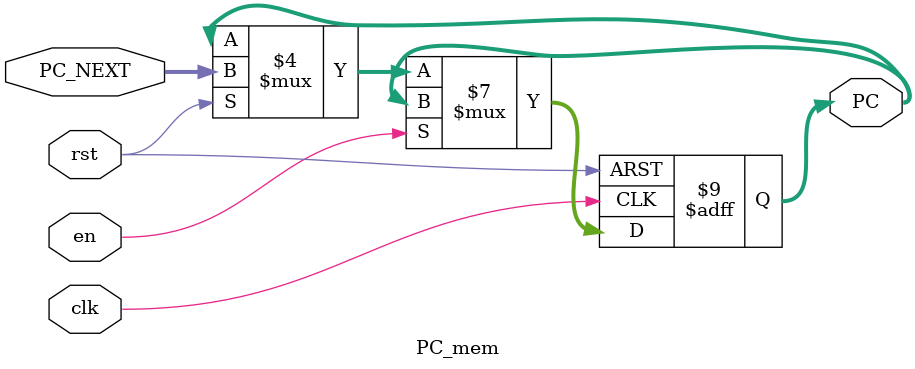
<source format=v>
`timescale 1ns / 1ps


module PC_mem(PC_NEXT,clk,rst,PC,en);
input [31:0] PC_NEXT;
input clk,rst,en;
output reg [31:0] PC;

always @ (posedge clk or negedge rst)

if(rst == 1'b0)
begin
    PC <= 32'h00000000; 
end

else if (en)
begin
 PC <= PC;
 end
 
 else if(rst == 1'b1)
 begin
  PC <= PC_NEXT;
 end



endmodule
</source>
